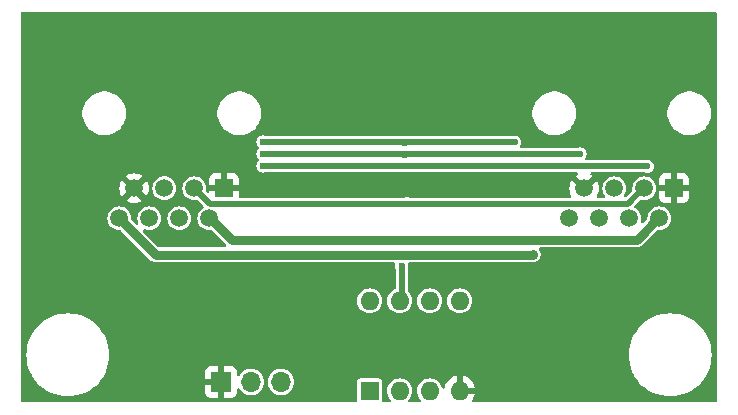
<source format=gbl>
%TF.GenerationSoftware,KiCad,Pcbnew,8.0.4*%
%TF.CreationDate,2024-08-22T06:14:14+01:00*%
%TF.ProjectId,PicoChainATtiny85,5069636f-4368-4616-996e-415474696e79,rev?*%
%TF.SameCoordinates,Original*%
%TF.FileFunction,Copper,L2,Bot*%
%TF.FilePolarity,Positive*%
%FSLAX46Y46*%
G04 Gerber Fmt 4.6, Leading zero omitted, Abs format (unit mm)*
G04 Created by KiCad (PCBNEW 8.0.4) date 2024-08-22 06:14:14*
%MOMM*%
%LPD*%
G01*
G04 APERTURE LIST*
%TA.AperFunction,ComponentPad*%
%ADD10R,1.500000X1.500000*%
%TD*%
%TA.AperFunction,ComponentPad*%
%ADD11C,1.500000*%
%TD*%
%TA.AperFunction,ComponentPad*%
%ADD12R,1.700000X1.700000*%
%TD*%
%TA.AperFunction,ComponentPad*%
%ADD13O,1.700000X1.700000*%
%TD*%
%TA.AperFunction,ComponentPad*%
%ADD14R,1.600000X1.600000*%
%TD*%
%TA.AperFunction,ComponentPad*%
%ADD15O,1.600000X1.600000*%
%TD*%
%TA.AperFunction,ViaPad*%
%ADD16C,0.600000*%
%TD*%
%TA.AperFunction,Conductor*%
%ADD17C,0.762000*%
%TD*%
%TA.AperFunction,Conductor*%
%ADD18C,0.508000*%
%TD*%
G04 APERTURE END LIST*
D10*
%TO.P,J1,1*%
%TO.N,GND*%
X117744500Y-81396000D03*
D11*
%TO.P,J1,2*%
%TO.N,+24V*%
X116474500Y-83936000D03*
%TO.P,J1,3*%
%TO.N,Net-(U2-DSCLM)*%
X115204500Y-81396000D03*
%TO.P,J1,4*%
%TO.N,Net-(U2-DSCLP)*%
X113934500Y-83936000D03*
%TO.P,J1,5*%
%TO.N,Net-(U2-DSDAP)*%
X112664500Y-81396000D03*
%TO.P,J1,6*%
%TO.N,Net-(U2-DSDAM)*%
X111394500Y-83936000D03*
%TO.P,J1,7*%
%TO.N,GND*%
X110124500Y-81396000D03*
%TO.P,J1,8*%
%TO.N,+12V*%
X108854500Y-83936000D03*
%TD*%
D12*
%TO.P,J3,1,Pin_1*%
%TO.N,GND*%
X117460000Y-97790000D03*
D13*
%TO.P,J3,2,Pin_2*%
%TO.N,/+5V(M)*%
X120000000Y-97790000D03*
%TO.P,J3,3,Pin_3*%
%TO.N,Net-(J3-Pin_3)*%
X122540000Y-97790000D03*
%TD*%
D14*
%TO.P,U3,1,~{RESET}/PB5*%
%TO.N,unconnected-(U3-~{RESET}{slash}PB5-Pad1)*%
X130058000Y-98542000D03*
D15*
%TO.P,U3,2,XTAL1/PB3*%
%TO.N,unconnected-(U3-XTAL1{slash}PB3-Pad2)*%
X132598000Y-98542000D03*
%TO.P,U3,3,XTAL2/PB4*%
%TO.N,Net-(J3-Pin_3)*%
X135138000Y-98542000D03*
%TO.P,U3,4,GND*%
%TO.N,GND*%
X137678000Y-98542000D03*
%TO.P,U3,5,AREF/PB0*%
%TO.N,Net-(U2-SDA)*%
X137678000Y-90922000D03*
%TO.P,U3,6,PB1*%
%TO.N,unconnected-(U3-PB1-Pad6)*%
X135138000Y-90922000D03*
%TO.P,U3,7,PB2*%
%TO.N,Net-(U2-SCL)*%
X132598000Y-90922000D03*
%TO.P,U3,8,VCC*%
%TO.N,+5V*%
X130058000Y-90922000D03*
%TD*%
D10*
%TO.P,J2,1*%
%TO.N,GND*%
X155844500Y-81396000D03*
D11*
%TO.P,J2,2*%
%TO.N,+24V*%
X154574500Y-83936000D03*
%TO.P,J2,3*%
%TO.N,Net-(U2-DSCLM)*%
X153304500Y-81396000D03*
%TO.P,J2,4*%
%TO.N,Net-(U2-DSCLP)*%
X152034500Y-83936000D03*
%TO.P,J2,5*%
%TO.N,Net-(U2-DSDAP)*%
X150764500Y-81396000D03*
%TO.P,J2,6*%
%TO.N,Net-(U2-DSDAM)*%
X149494500Y-83936000D03*
%TO.P,J2,7*%
%TO.N,GND*%
X148224500Y-81396000D03*
%TO.P,J2,8*%
%TO.N,+12V*%
X146954500Y-83936000D03*
%TD*%
D16*
%TO.N,+12V*%
X143894750Y-86995750D03*
%TO.N,Net-(U2-DSDAP)*%
X121031000Y-78486000D03*
X147870500Y-78502000D03*
X133020000Y-78582000D03*
%TO.N,Net-(U2-DSDAM)*%
X121031000Y-77470000D03*
X142330500Y-77486000D03*
X133020000Y-77566000D03*
%TO.N,Net-(U2-DSCLM)*%
X133258000Y-82709000D03*
%TO.N,Net-(U2-DSCLP)*%
X121031000Y-79502000D03*
X153578000Y-79534000D03*
X133020000Y-79492000D03*
%TO.N,Net-(U2-SCL)*%
X132758000Y-88011000D03*
%TD*%
D17*
%TO.N,+12V*%
X143863500Y-87027000D02*
X111945500Y-87027000D01*
X111945500Y-87027000D02*
X108854500Y-83936000D01*
X143894750Y-86995750D02*
X143863500Y-87027000D01*
D18*
%TO.N,Net-(U2-DSDAP)*%
X112664500Y-80823500D02*
X112664500Y-81316000D01*
X147870500Y-78502000D02*
X121047000Y-78502000D01*
X121047000Y-78502000D02*
X121031000Y-78486000D01*
X121031000Y-78486000D02*
X121015000Y-78502000D01*
%TO.N,Net-(U2-DSDAM)*%
X121047000Y-77486000D02*
X121031000Y-77470000D01*
X142330500Y-77486000D02*
X121047000Y-77486000D01*
X121031000Y-77470000D02*
X121015000Y-77486000D01*
X149494500Y-83856000D02*
X149042000Y-83856000D01*
%TO.N,Net-(U2-DSCLM)*%
X133258000Y-82709000D02*
X151911500Y-82709000D01*
X151911500Y-82709000D02*
X153304500Y-81316000D01*
X133258000Y-82709000D02*
X133235000Y-82732000D01*
X133235000Y-82732000D02*
X116540500Y-82732000D01*
X116540500Y-82732000D02*
X115204500Y-81396000D01*
%TO.N,Net-(U2-DSCLP)*%
X153578000Y-79534000D02*
X121063000Y-79534000D01*
X121063000Y-79534000D02*
X121031000Y-79502000D01*
X121031000Y-79502000D02*
X120999000Y-79534000D01*
D17*
%TO.N,+24V*%
X116474500Y-83856000D02*
X118375500Y-85757000D01*
X118375500Y-85757000D02*
X152673500Y-85757000D01*
X152673500Y-85757000D02*
X154574500Y-83856000D01*
D18*
%TO.N,Net-(U2-SCL)*%
X132758000Y-90762000D02*
X132598000Y-90922000D01*
X132758000Y-88011000D02*
X132758000Y-90762000D01*
%TD*%
%TA.AperFunction,Conductor*%
%TO.N,GND*%
G36*
X159441621Y-66520502D02*
G01*
X159488114Y-66574158D01*
X159499500Y-66626500D01*
X159499500Y-99373500D01*
X159479498Y-99441621D01*
X159425842Y-99488114D01*
X159373500Y-99499500D01*
X138846368Y-99499500D01*
X138778247Y-99479498D01*
X138731754Y-99425842D01*
X138721650Y-99355568D01*
X138743155Y-99301229D01*
X138815087Y-99198498D01*
X138911811Y-98991073D01*
X138911813Y-98991068D01*
X138964082Y-98796000D01*
X137989686Y-98796000D01*
X137998080Y-98787606D01*
X138050741Y-98696394D01*
X138078000Y-98594661D01*
X138078000Y-98489339D01*
X138050741Y-98387606D01*
X137998080Y-98296394D01*
X137989686Y-98288000D01*
X138964082Y-98288000D01*
X138911813Y-98092931D01*
X138911811Y-98092926D01*
X138815087Y-97885501D01*
X138683815Y-97698025D01*
X138683810Y-97698019D01*
X138521980Y-97536189D01*
X138521974Y-97536184D01*
X138334498Y-97404912D01*
X138127073Y-97308188D01*
X138127071Y-97308187D01*
X137932000Y-97255917D01*
X137932000Y-98230314D01*
X137923606Y-98221920D01*
X137832394Y-98169259D01*
X137730661Y-98142000D01*
X137625339Y-98142000D01*
X137523606Y-98169259D01*
X137432394Y-98221920D01*
X137424000Y-98230314D01*
X137424000Y-97255917D01*
X137423999Y-97255917D01*
X137228928Y-97308187D01*
X137228926Y-97308188D01*
X137021501Y-97404912D01*
X136834025Y-97536184D01*
X136834019Y-97536189D01*
X136672189Y-97698019D01*
X136672184Y-97698025D01*
X136540912Y-97885501D01*
X136444188Y-98092926D01*
X136444187Y-98092928D01*
X136398702Y-98262680D01*
X136361750Y-98323302D01*
X136297889Y-98354324D01*
X136227395Y-98345895D01*
X136172648Y-98300692D01*
X136156422Y-98266647D01*
X136116945Y-98136508D01*
X136019027Y-97953317D01*
X136019025Y-97953313D01*
X135887252Y-97792747D01*
X135726686Y-97660975D01*
X135726686Y-97660974D01*
X135543492Y-97563055D01*
X135528529Y-97558516D01*
X135344718Y-97502758D01*
X135344717Y-97502757D01*
X135344711Y-97502756D01*
X135138003Y-97482398D01*
X135137997Y-97482398D01*
X134931288Y-97502756D01*
X134732507Y-97563055D01*
X134549313Y-97660974D01*
X134549313Y-97660975D01*
X134388747Y-97792747D01*
X134256975Y-97953313D01*
X134256974Y-97953313D01*
X134159055Y-98136507D01*
X134098756Y-98335288D01*
X134078398Y-98541996D01*
X134078398Y-98542003D01*
X134098756Y-98748711D01*
X134098757Y-98748717D01*
X134098758Y-98748718D01*
X134113101Y-98796000D01*
X134159055Y-98947492D01*
X134256974Y-99130686D01*
X134390647Y-99293567D01*
X134418401Y-99358914D01*
X134406419Y-99428892D01*
X134358506Y-99481284D01*
X134293248Y-99499500D01*
X133442752Y-99499500D01*
X133374631Y-99479498D01*
X133328138Y-99425842D01*
X133318034Y-99355568D01*
X133345353Y-99293567D01*
X133464816Y-99147999D01*
X133479027Y-99130683D01*
X133576945Y-98947492D01*
X133637242Y-98748718D01*
X133638122Y-98739789D01*
X133657602Y-98542003D01*
X133657602Y-98541996D01*
X133637243Y-98335288D01*
X133637242Y-98335286D01*
X133637242Y-98335282D01*
X133576945Y-98136508D01*
X133479027Y-97953317D01*
X133479025Y-97953313D01*
X133347252Y-97792747D01*
X133186686Y-97660975D01*
X133186686Y-97660974D01*
X133003492Y-97563055D01*
X132988529Y-97558516D01*
X132804718Y-97502758D01*
X132804717Y-97502757D01*
X132804711Y-97502756D01*
X132598003Y-97482398D01*
X132597997Y-97482398D01*
X132391288Y-97502756D01*
X132192507Y-97563055D01*
X132009313Y-97660974D01*
X132009313Y-97660975D01*
X131848747Y-97792747D01*
X131716975Y-97953313D01*
X131716974Y-97953313D01*
X131619055Y-98136507D01*
X131558756Y-98335288D01*
X131538398Y-98541996D01*
X131538398Y-98542003D01*
X131558756Y-98748711D01*
X131558757Y-98748717D01*
X131558758Y-98748718D01*
X131573101Y-98796000D01*
X131619055Y-98947492D01*
X131716974Y-99130686D01*
X131850647Y-99293567D01*
X131878401Y-99358914D01*
X131866419Y-99428892D01*
X131818506Y-99481284D01*
X131753248Y-99499500D01*
X131238476Y-99499500D01*
X131170355Y-99479498D01*
X131123862Y-99425842D01*
X131115107Y-99373257D01*
X131112500Y-99373257D01*
X131112499Y-98542003D01*
X131112499Y-97716934D01*
X131112498Y-97716930D01*
X131112498Y-97716926D01*
X131097734Y-97642699D01*
X131042720Y-97560366D01*
X131041484Y-97558516D01*
X131008070Y-97536189D01*
X130957302Y-97502266D01*
X130883067Y-97487500D01*
X129232936Y-97487500D01*
X129232926Y-97487501D01*
X129158699Y-97502265D01*
X129074515Y-97558516D01*
X129018266Y-97642697D01*
X129003500Y-97716930D01*
X129003500Y-97716934D01*
X129003501Y-99373256D01*
X129000625Y-99373256D01*
X128989682Y-99430918D01*
X128940835Y-99482439D01*
X128877525Y-99499500D01*
X100626500Y-99499500D01*
X100558379Y-99479498D01*
X100511886Y-99425842D01*
X100500500Y-99373500D01*
X100500500Y-95499993D01*
X100994696Y-95499993D01*
X100994696Y-95500006D01*
X101013896Y-95866395D01*
X101071294Y-96228792D01*
X101166259Y-96583205D01*
X101297740Y-96925726D01*
X101297744Y-96925734D01*
X101297745Y-96925736D01*
X101440580Y-97206063D01*
X101464318Y-97252652D01*
X101664143Y-97560358D01*
X101664155Y-97560375D01*
X101895038Y-97845492D01*
X101895052Y-97845507D01*
X102154492Y-98104947D01*
X102154507Y-98104961D01*
X102439624Y-98335844D01*
X102439641Y-98335856D01*
X102613294Y-98448626D01*
X102747348Y-98535682D01*
X103074264Y-98702255D01*
X103074268Y-98702256D01*
X103074273Y-98702259D01*
X103416794Y-98833740D01*
X103416799Y-98833741D01*
X103416801Y-98833742D01*
X103771206Y-98928705D01*
X104133596Y-98986102D01*
X104133598Y-98986102D01*
X104133604Y-98986103D01*
X104499994Y-99005304D01*
X104500000Y-99005304D01*
X104500006Y-99005304D01*
X104866395Y-98986103D01*
X104866399Y-98986102D01*
X104866404Y-98986102D01*
X105228794Y-98928705D01*
X105583199Y-98833742D01*
X105583202Y-98833740D01*
X105583205Y-98833740D01*
X105925726Y-98702259D01*
X105925727Y-98702258D01*
X105925736Y-98702255D01*
X106252652Y-98535682D01*
X106560366Y-98335851D01*
X106560375Y-98335844D01*
X106845492Y-98104961D01*
X106845497Y-98104955D01*
X106845506Y-98104949D01*
X107104949Y-97845506D01*
X107104955Y-97845497D01*
X107104961Y-97845492D01*
X107335844Y-97560375D01*
X107335845Y-97560372D01*
X107335851Y-97560366D01*
X107535682Y-97252652D01*
X107702255Y-96925736D01*
X107715434Y-96891402D01*
X116102000Y-96891402D01*
X116102000Y-97536000D01*
X117029297Y-97536000D01*
X116994075Y-97597007D01*
X116960000Y-97724174D01*
X116960000Y-97855826D01*
X116994075Y-97982993D01*
X117029297Y-98044000D01*
X116102000Y-98044000D01*
X116102000Y-98688597D01*
X116108505Y-98749093D01*
X116159555Y-98885964D01*
X116159555Y-98885965D01*
X116247095Y-99002904D01*
X116364034Y-99090444D01*
X116500906Y-99141494D01*
X116561402Y-99147999D01*
X116561415Y-99148000D01*
X117206000Y-99148000D01*
X117206000Y-98220702D01*
X117267007Y-98255925D01*
X117394174Y-98290000D01*
X117525826Y-98290000D01*
X117652993Y-98255925D01*
X117714000Y-98220702D01*
X117714000Y-99148000D01*
X118358585Y-99148000D01*
X118358597Y-99147999D01*
X118419093Y-99141494D01*
X118555964Y-99090444D01*
X118555965Y-99090444D01*
X118672904Y-99002904D01*
X118760444Y-98885965D01*
X118760444Y-98885964D01*
X118811494Y-98749093D01*
X118817999Y-98688597D01*
X118818000Y-98688585D01*
X118818000Y-98429854D01*
X118838002Y-98361733D01*
X118891658Y-98315240D01*
X118961932Y-98305136D01*
X119026512Y-98334630D01*
X119053368Y-98369277D01*
X119053845Y-98368982D01*
X119056644Y-98373503D01*
X119056791Y-98373693D01*
X119056912Y-98373935D01*
X119056913Y-98373937D01*
X119180266Y-98537284D01*
X119331536Y-98675185D01*
X119505566Y-98782940D01*
X119505568Y-98782940D01*
X119505573Y-98782944D01*
X119696444Y-98856888D01*
X119897653Y-98894500D01*
X119897655Y-98894500D01*
X120102345Y-98894500D01*
X120102347Y-98894500D01*
X120303556Y-98856888D01*
X120494427Y-98782944D01*
X120668462Y-98675186D01*
X120819732Y-98537285D01*
X120820944Y-98535681D01*
X120855939Y-98489339D01*
X120943088Y-98373935D01*
X121034328Y-98190701D01*
X121090345Y-97993821D01*
X121096640Y-97925880D01*
X121109232Y-97790004D01*
X121109232Y-97789995D01*
X121430768Y-97789995D01*
X121430768Y-97790004D01*
X121449654Y-97993819D01*
X121490253Y-98136508D01*
X121505672Y-98190701D01*
X121596912Y-98373935D01*
X121596913Y-98373936D01*
X121720266Y-98537284D01*
X121871536Y-98675185D01*
X122045566Y-98782940D01*
X122045568Y-98782940D01*
X122045573Y-98782944D01*
X122236444Y-98856888D01*
X122437653Y-98894500D01*
X122437655Y-98894500D01*
X122642345Y-98894500D01*
X122642347Y-98894500D01*
X122843556Y-98856888D01*
X123034427Y-98782944D01*
X123208462Y-98675186D01*
X123359732Y-98537285D01*
X123360944Y-98535681D01*
X123395939Y-98489339D01*
X123483088Y-98373935D01*
X123574328Y-98190701D01*
X123630345Y-97993821D01*
X123636640Y-97925880D01*
X123649232Y-97790004D01*
X123649232Y-97789995D01*
X123630345Y-97586180D01*
X123630345Y-97586179D01*
X123574328Y-97389299D01*
X123483088Y-97206065D01*
X123440859Y-97150145D01*
X123359733Y-97042715D01*
X123208463Y-96904814D01*
X123034433Y-96797059D01*
X123034428Y-96797057D01*
X123034427Y-96797056D01*
X122843559Y-96723113D01*
X122843560Y-96723113D01*
X122843557Y-96723112D01*
X122843556Y-96723112D01*
X122642347Y-96685500D01*
X122437653Y-96685500D01*
X122236444Y-96723112D01*
X122236439Y-96723113D01*
X122045577Y-96797054D01*
X122045566Y-96797059D01*
X121871536Y-96904814D01*
X121720266Y-97042715D01*
X121596913Y-97206063D01*
X121505671Y-97389301D01*
X121449654Y-97586180D01*
X121430768Y-97789995D01*
X121109232Y-97789995D01*
X121090345Y-97586180D01*
X121090345Y-97586179D01*
X121034328Y-97389299D01*
X120943088Y-97206065D01*
X120900859Y-97150145D01*
X120819733Y-97042715D01*
X120668463Y-96904814D01*
X120494433Y-96797059D01*
X120494428Y-96797057D01*
X120494427Y-96797056D01*
X120303559Y-96723113D01*
X120303560Y-96723113D01*
X120303557Y-96723112D01*
X120303556Y-96723112D01*
X120102347Y-96685500D01*
X119897653Y-96685500D01*
X119696444Y-96723112D01*
X119696439Y-96723113D01*
X119505577Y-96797054D01*
X119505566Y-96797059D01*
X119331536Y-96904814D01*
X119180266Y-97042715D01*
X119056912Y-97206063D01*
X119056789Y-97206312D01*
X119056698Y-97206409D01*
X119053845Y-97211018D01*
X119052943Y-97210459D01*
X119008518Y-97258374D01*
X118939763Y-97276074D01*
X118872353Y-97253792D01*
X118827691Y-97198603D01*
X118818000Y-97150145D01*
X118818000Y-96891414D01*
X118817999Y-96891402D01*
X118811494Y-96830906D01*
X118760444Y-96694035D01*
X118760444Y-96694034D01*
X118672904Y-96577095D01*
X118555965Y-96489555D01*
X118419093Y-96438505D01*
X118358597Y-96432000D01*
X117714000Y-96432000D01*
X117714000Y-97359297D01*
X117652993Y-97324075D01*
X117525826Y-97290000D01*
X117394174Y-97290000D01*
X117267007Y-97324075D01*
X117206000Y-97359297D01*
X117206000Y-96432000D01*
X116561402Y-96432000D01*
X116500906Y-96438505D01*
X116364035Y-96489555D01*
X116364034Y-96489555D01*
X116247095Y-96577095D01*
X116159555Y-96694034D01*
X116159555Y-96694035D01*
X116108505Y-96830906D01*
X116102000Y-96891402D01*
X107715434Y-96891402D01*
X107751649Y-96797059D01*
X107833740Y-96583205D01*
X107833742Y-96583199D01*
X107928705Y-96228794D01*
X107986102Y-95866404D01*
X107986102Y-95866399D01*
X107986103Y-95866395D01*
X108005304Y-95500006D01*
X108005304Y-95499993D01*
X151994696Y-95499993D01*
X151994696Y-95500006D01*
X152013896Y-95866395D01*
X152071294Y-96228792D01*
X152166259Y-96583205D01*
X152297740Y-96925726D01*
X152297744Y-96925734D01*
X152297745Y-96925736D01*
X152440580Y-97206063D01*
X152464318Y-97252652D01*
X152664143Y-97560358D01*
X152664155Y-97560375D01*
X152895038Y-97845492D01*
X152895052Y-97845507D01*
X153154492Y-98104947D01*
X153154507Y-98104961D01*
X153439624Y-98335844D01*
X153439641Y-98335856D01*
X153613294Y-98448626D01*
X153747348Y-98535682D01*
X154074264Y-98702255D01*
X154074268Y-98702256D01*
X154074273Y-98702259D01*
X154416794Y-98833740D01*
X154416799Y-98833741D01*
X154416801Y-98833742D01*
X154771206Y-98928705D01*
X155133596Y-98986102D01*
X155133598Y-98986102D01*
X155133604Y-98986103D01*
X155499994Y-99005304D01*
X155500000Y-99005304D01*
X155500006Y-99005304D01*
X155866395Y-98986103D01*
X155866399Y-98986102D01*
X155866404Y-98986102D01*
X156228794Y-98928705D01*
X156583199Y-98833742D01*
X156583202Y-98833740D01*
X156583205Y-98833740D01*
X156925726Y-98702259D01*
X156925727Y-98702258D01*
X156925736Y-98702255D01*
X157252652Y-98535682D01*
X157560366Y-98335851D01*
X157560375Y-98335844D01*
X157845492Y-98104961D01*
X157845497Y-98104955D01*
X157845506Y-98104949D01*
X158104949Y-97845506D01*
X158104955Y-97845497D01*
X158104961Y-97845492D01*
X158335844Y-97560375D01*
X158335845Y-97560372D01*
X158335851Y-97560366D01*
X158535682Y-97252652D01*
X158702255Y-96925736D01*
X158751649Y-96797059D01*
X158833740Y-96583205D01*
X158833742Y-96583199D01*
X158928705Y-96228794D01*
X158986102Y-95866404D01*
X158986102Y-95866399D01*
X158986103Y-95866395D01*
X159005304Y-95500006D01*
X159005304Y-95499993D01*
X158986103Y-95133604D01*
X158928705Y-94771207D01*
X158833740Y-94416794D01*
X158702259Y-94074273D01*
X158702255Y-94074265D01*
X158702255Y-94074264D01*
X158535682Y-93747348D01*
X158335851Y-93439634D01*
X158335844Y-93439624D01*
X158104961Y-93154507D01*
X158104947Y-93154492D01*
X157845507Y-92895052D01*
X157845492Y-92895038D01*
X157560375Y-92664155D01*
X157560358Y-92664143D01*
X157252652Y-92464318D01*
X156925734Y-92297744D01*
X156925726Y-92297740D01*
X156583205Y-92166259D01*
X156228792Y-92071294D01*
X155866395Y-92013896D01*
X155500006Y-91994696D01*
X155499994Y-91994696D01*
X155133604Y-92013896D01*
X154771207Y-92071294D01*
X154416794Y-92166259D01*
X154074273Y-92297740D01*
X154074265Y-92297744D01*
X153747347Y-92464318D01*
X153439641Y-92664143D01*
X153439624Y-92664155D01*
X153154507Y-92895038D01*
X153154492Y-92895052D01*
X152895052Y-93154492D01*
X152895038Y-93154507D01*
X152664155Y-93439624D01*
X152664143Y-93439641D01*
X152464318Y-93747347D01*
X152297744Y-94074265D01*
X152297740Y-94074273D01*
X152166259Y-94416794D01*
X152071294Y-94771207D01*
X152013896Y-95133604D01*
X151994696Y-95499993D01*
X108005304Y-95499993D01*
X107986103Y-95133604D01*
X107928705Y-94771207D01*
X107833740Y-94416794D01*
X107702259Y-94074273D01*
X107702255Y-94074265D01*
X107702255Y-94074264D01*
X107535682Y-93747348D01*
X107335851Y-93439634D01*
X107335844Y-93439624D01*
X107104961Y-93154507D01*
X107104947Y-93154492D01*
X106845507Y-92895052D01*
X106845492Y-92895038D01*
X106560375Y-92664155D01*
X106560358Y-92664143D01*
X106252652Y-92464318D01*
X105925734Y-92297744D01*
X105925726Y-92297740D01*
X105583205Y-92166259D01*
X105228792Y-92071294D01*
X104866395Y-92013896D01*
X104500006Y-91994696D01*
X104499994Y-91994696D01*
X104133604Y-92013896D01*
X103771207Y-92071294D01*
X103416794Y-92166259D01*
X103074273Y-92297740D01*
X103074265Y-92297744D01*
X102747347Y-92464318D01*
X102439641Y-92664143D01*
X102439624Y-92664155D01*
X102154507Y-92895038D01*
X102154492Y-92895052D01*
X101895052Y-93154492D01*
X101895038Y-93154507D01*
X101664155Y-93439624D01*
X101664143Y-93439641D01*
X101464318Y-93747347D01*
X101297744Y-94074265D01*
X101297740Y-94074273D01*
X101166259Y-94416794D01*
X101071294Y-94771207D01*
X101013896Y-95133604D01*
X100994696Y-95499993D01*
X100500500Y-95499993D01*
X100500500Y-90921996D01*
X128998398Y-90921996D01*
X128998398Y-90922003D01*
X129018756Y-91128711D01*
X129079055Y-91327492D01*
X129176974Y-91510686D01*
X129308747Y-91671252D01*
X129469313Y-91803024D01*
X129469313Y-91803025D01*
X129469317Y-91803027D01*
X129652508Y-91900945D01*
X129851282Y-91961242D01*
X129851286Y-91961242D01*
X129851288Y-91961243D01*
X130057997Y-91981602D01*
X130058000Y-91981602D01*
X130058003Y-91981602D01*
X130264711Y-91961243D01*
X130264712Y-91961242D01*
X130264718Y-91961242D01*
X130463492Y-91900945D01*
X130646683Y-91803027D01*
X130646684Y-91803025D01*
X130646686Y-91803025D01*
X130646686Y-91803024D01*
X130807252Y-91671252D01*
X130939027Y-91510683D01*
X131036945Y-91327492D01*
X131097242Y-91128718D01*
X131117602Y-90922000D01*
X131097242Y-90715282D01*
X131036945Y-90516508D01*
X130939027Y-90333317D01*
X130939025Y-90333313D01*
X130807252Y-90172747D01*
X130646686Y-90040975D01*
X130646686Y-90040974D01*
X130463492Y-89943055D01*
X130264711Y-89882756D01*
X130058003Y-89862398D01*
X130057997Y-89862398D01*
X129851288Y-89882756D01*
X129652507Y-89943055D01*
X129469313Y-90040974D01*
X129469313Y-90040975D01*
X129308747Y-90172747D01*
X129176975Y-90333313D01*
X129176974Y-90333313D01*
X129079055Y-90516507D01*
X129018756Y-90715288D01*
X128998398Y-90921996D01*
X100500500Y-90921996D01*
X100500500Y-83935997D01*
X107845140Y-83935997D01*
X107845140Y-83936002D01*
X107864533Y-84132909D01*
X107864534Y-84132915D01*
X107864535Y-84132916D01*
X107921973Y-84322265D01*
X108015248Y-84496770D01*
X108140775Y-84649725D01*
X108293730Y-84775252D01*
X108468235Y-84868527D01*
X108657584Y-84925965D01*
X108657588Y-84925965D01*
X108657590Y-84925966D01*
X108854497Y-84945360D01*
X108854500Y-84945360D01*
X108854501Y-84945360D01*
X108895900Y-84941282D01*
X108965654Y-84954510D01*
X108997347Y-84977580D01*
X111540392Y-87520625D01*
X111644478Y-87590173D01*
X111760131Y-87638078D01*
X111882909Y-87662500D01*
X112008091Y-87662500D01*
X132113594Y-87662500D01*
X132181715Y-87682502D01*
X132228208Y-87736158D01*
X132238312Y-87806432D01*
X132230003Y-87836718D01*
X132217772Y-87866245D01*
X132217771Y-87866246D01*
X132198715Y-88010999D01*
X132198715Y-88011000D01*
X132217771Y-88155753D01*
X132217772Y-88155754D01*
X132239909Y-88209197D01*
X132249500Y-88257415D01*
X132249500Y-89837070D01*
X132229498Y-89905191D01*
X132182897Y-89948192D01*
X132009311Y-90040976D01*
X131848747Y-90172747D01*
X131716975Y-90333313D01*
X131716974Y-90333313D01*
X131619055Y-90516507D01*
X131558756Y-90715288D01*
X131538398Y-90921996D01*
X131538398Y-90922003D01*
X131558756Y-91128711D01*
X131619055Y-91327492D01*
X131716974Y-91510686D01*
X131848747Y-91671252D01*
X132009313Y-91803024D01*
X132009313Y-91803025D01*
X132009317Y-91803027D01*
X132192508Y-91900945D01*
X132391282Y-91961242D01*
X132391286Y-91961242D01*
X132391288Y-91961243D01*
X132597997Y-91981602D01*
X132598000Y-91981602D01*
X132598003Y-91981602D01*
X132804711Y-91961243D01*
X132804712Y-91961242D01*
X132804718Y-91961242D01*
X133003492Y-91900945D01*
X133186683Y-91803027D01*
X133186684Y-91803025D01*
X133186686Y-91803025D01*
X133186686Y-91803024D01*
X133347252Y-91671252D01*
X133479027Y-91510683D01*
X133576945Y-91327492D01*
X133637242Y-91128718D01*
X133657602Y-90922000D01*
X133657602Y-90921996D01*
X134078398Y-90921996D01*
X134078398Y-90922003D01*
X134098756Y-91128711D01*
X134159055Y-91327492D01*
X134256974Y-91510686D01*
X134388747Y-91671252D01*
X134549313Y-91803024D01*
X134549313Y-91803025D01*
X134549317Y-91803027D01*
X134732508Y-91900945D01*
X134931282Y-91961242D01*
X134931286Y-91961242D01*
X134931288Y-91961243D01*
X135137997Y-91981602D01*
X135138000Y-91981602D01*
X135138003Y-91981602D01*
X135344711Y-91961243D01*
X135344712Y-91961242D01*
X135344718Y-91961242D01*
X135543492Y-91900945D01*
X135726683Y-91803027D01*
X135726684Y-91803025D01*
X135726686Y-91803025D01*
X135726686Y-91803024D01*
X135887252Y-91671252D01*
X136019027Y-91510683D01*
X136116945Y-91327492D01*
X136177242Y-91128718D01*
X136197602Y-90922000D01*
X136197602Y-90921996D01*
X136618398Y-90921996D01*
X136618398Y-90922003D01*
X136638756Y-91128711D01*
X136699055Y-91327492D01*
X136796974Y-91510686D01*
X136928747Y-91671252D01*
X137089313Y-91803024D01*
X137089313Y-91803025D01*
X137089317Y-91803027D01*
X137272508Y-91900945D01*
X137471282Y-91961242D01*
X137471286Y-91961242D01*
X137471288Y-91961243D01*
X137677997Y-91981602D01*
X137678000Y-91981602D01*
X137678003Y-91981602D01*
X137884711Y-91961243D01*
X137884712Y-91961242D01*
X137884718Y-91961242D01*
X138083492Y-91900945D01*
X138266683Y-91803027D01*
X138266684Y-91803025D01*
X138266686Y-91803025D01*
X138266686Y-91803024D01*
X138427252Y-91671252D01*
X138559027Y-91510683D01*
X138656945Y-91327492D01*
X138717242Y-91128718D01*
X138737602Y-90922000D01*
X138717242Y-90715282D01*
X138656945Y-90516508D01*
X138559027Y-90333317D01*
X138559025Y-90333313D01*
X138427252Y-90172747D01*
X138266686Y-90040975D01*
X138266686Y-90040974D01*
X138083492Y-89943055D01*
X137884711Y-89882756D01*
X137678003Y-89862398D01*
X137677997Y-89862398D01*
X137471288Y-89882756D01*
X137272507Y-89943055D01*
X137089313Y-90040974D01*
X137089313Y-90040975D01*
X136928747Y-90172747D01*
X136796975Y-90333313D01*
X136796974Y-90333313D01*
X136699055Y-90516507D01*
X136638756Y-90715288D01*
X136618398Y-90921996D01*
X136197602Y-90921996D01*
X136177242Y-90715282D01*
X136116945Y-90516508D01*
X136019027Y-90333317D01*
X136019025Y-90333313D01*
X135887252Y-90172747D01*
X135726686Y-90040975D01*
X135726686Y-90040974D01*
X135543492Y-89943055D01*
X135344711Y-89882756D01*
X135138003Y-89862398D01*
X135137997Y-89862398D01*
X134931288Y-89882756D01*
X134732507Y-89943055D01*
X134549313Y-90040974D01*
X134549313Y-90040975D01*
X134388747Y-90172747D01*
X134256975Y-90333313D01*
X134256974Y-90333313D01*
X134159055Y-90516507D01*
X134098756Y-90715288D01*
X134078398Y-90921996D01*
X133657602Y-90921996D01*
X133637242Y-90715282D01*
X133576945Y-90516508D01*
X133479027Y-90333317D01*
X133479025Y-90333313D01*
X133347254Y-90172749D01*
X133312565Y-90144280D01*
X133272597Y-90085602D01*
X133266500Y-90046882D01*
X133266500Y-88257415D01*
X133276091Y-88209197D01*
X133279027Y-88202107D01*
X133298228Y-88155754D01*
X133317285Y-88011000D01*
X133298228Y-87866246D01*
X133285997Y-87836718D01*
X133278408Y-87766128D01*
X133310187Y-87702641D01*
X133371245Y-87666414D01*
X133402406Y-87662500D01*
X143926090Y-87662500D01*
X143926091Y-87662500D01*
X144048869Y-87638078D01*
X144164522Y-87590173D01*
X144268608Y-87520625D01*
X144388375Y-87400858D01*
X144457923Y-87296772D01*
X144505828Y-87181119D01*
X144530250Y-87058341D01*
X144530250Y-86933159D01*
X144505828Y-86810381D01*
X144457923Y-86694728D01*
X144388375Y-86590642D01*
X144388374Y-86590641D01*
X144386945Y-86588502D01*
X144365730Y-86520749D01*
X144384513Y-86452282D01*
X144437330Y-86404839D01*
X144491710Y-86392500D01*
X152736090Y-86392500D01*
X152736091Y-86392500D01*
X152858869Y-86368078D01*
X152974522Y-86320173D01*
X153078608Y-86250625D01*
X154358828Y-84970403D01*
X154421137Y-84936381D01*
X154460267Y-84934108D01*
X154559896Y-84943921D01*
X154574499Y-84945360D01*
X154574500Y-84945360D01*
X154574503Y-84945360D01*
X154771409Y-84925966D01*
X154771410Y-84925965D01*
X154771416Y-84925965D01*
X154960765Y-84868527D01*
X155135270Y-84775252D01*
X155288225Y-84649725D01*
X155413752Y-84496770D01*
X155507027Y-84322265D01*
X155564465Y-84132916D01*
X155569791Y-84078847D01*
X155583860Y-83936002D01*
X155583860Y-83935997D01*
X155564466Y-83739090D01*
X155564465Y-83739088D01*
X155564465Y-83739084D01*
X155507027Y-83549735D01*
X155413752Y-83375230D01*
X155288225Y-83222275D01*
X155135270Y-83096748D01*
X154960765Y-83003473D01*
X154771416Y-82946035D01*
X154771415Y-82946034D01*
X154771409Y-82946033D01*
X154574503Y-82926640D01*
X154574497Y-82926640D01*
X154377590Y-82946033D01*
X154188234Y-83003473D01*
X154013729Y-83096748D01*
X153860775Y-83222275D01*
X153735248Y-83375229D01*
X153641973Y-83549734D01*
X153584533Y-83739090D01*
X153566212Y-83925107D01*
X153539629Y-83990939D01*
X153529914Y-84001851D01*
X153217132Y-84314633D01*
X153154820Y-84348659D01*
X153084005Y-84343594D01*
X153027169Y-84301047D01*
X153002358Y-84234527D01*
X153007462Y-84188966D01*
X153024465Y-84132916D01*
X153029791Y-84078847D01*
X153043860Y-83936002D01*
X153043860Y-83935997D01*
X153024466Y-83739090D01*
X153024465Y-83739088D01*
X153024465Y-83739084D01*
X152967027Y-83549735D01*
X152873752Y-83375230D01*
X152748225Y-83222275D01*
X152662368Y-83151814D01*
X152595272Y-83096749D01*
X152515455Y-83054086D01*
X152464807Y-83004333D01*
X152449098Y-82935097D01*
X152473314Y-82868358D01*
X152485750Y-82853876D01*
X152936086Y-82403540D01*
X152998396Y-82369516D01*
X153061755Y-82372063D01*
X153082796Y-82378445D01*
X153107581Y-82385964D01*
X153107584Y-82385965D01*
X153256191Y-82400601D01*
X153304498Y-82405360D01*
X153304500Y-82405360D01*
X153304503Y-82405360D01*
X153501409Y-82385966D01*
X153501410Y-82385965D01*
X153501416Y-82385965D01*
X153690765Y-82328527D01*
X153865270Y-82235252D01*
X154018225Y-82109725D01*
X154143752Y-81956770D01*
X154237027Y-81782265D01*
X154294465Y-81592916D01*
X154299414Y-81542675D01*
X154313860Y-81396002D01*
X154313860Y-81395997D01*
X154294466Y-81199090D01*
X154294465Y-81199088D01*
X154294465Y-81199084D01*
X154237027Y-81009735D01*
X154143752Y-80835230D01*
X154018225Y-80682275D01*
X153914807Y-80597402D01*
X154586500Y-80597402D01*
X154586500Y-81142000D01*
X155561099Y-81142000D01*
X155540424Y-81162675D01*
X155490396Y-81249325D01*
X155464500Y-81345972D01*
X155464500Y-81446028D01*
X155490396Y-81542675D01*
X155540424Y-81629325D01*
X155561099Y-81650000D01*
X154586500Y-81650000D01*
X154586500Y-82194597D01*
X154593005Y-82255093D01*
X154644055Y-82391964D01*
X154644055Y-82391965D01*
X154731595Y-82508904D01*
X154848534Y-82596444D01*
X154985406Y-82647494D01*
X155045902Y-82653999D01*
X155045915Y-82654000D01*
X155590500Y-82654000D01*
X155590500Y-81679401D01*
X155611175Y-81700076D01*
X155697825Y-81750104D01*
X155794472Y-81776000D01*
X155894528Y-81776000D01*
X155991175Y-81750104D01*
X156077825Y-81700076D01*
X156098500Y-81679401D01*
X156098500Y-82654000D01*
X156643085Y-82654000D01*
X156643097Y-82653999D01*
X156703593Y-82647494D01*
X156840464Y-82596444D01*
X156840465Y-82596444D01*
X156957404Y-82508904D01*
X157044944Y-82391965D01*
X157044944Y-82391964D01*
X157095994Y-82255093D01*
X157102499Y-82194597D01*
X157102500Y-82194585D01*
X157102500Y-81650000D01*
X156127901Y-81650000D01*
X156148576Y-81629325D01*
X156198604Y-81542675D01*
X156224500Y-81446028D01*
X156224500Y-81345972D01*
X156198604Y-81249325D01*
X156148576Y-81162675D01*
X156127901Y-81142000D01*
X157102500Y-81142000D01*
X157102500Y-80597414D01*
X157102499Y-80597402D01*
X157095994Y-80536906D01*
X157044944Y-80400035D01*
X157044944Y-80400034D01*
X156957404Y-80283095D01*
X156840465Y-80195555D01*
X156703593Y-80144505D01*
X156643097Y-80138000D01*
X156098500Y-80138000D01*
X156098500Y-81112599D01*
X156077825Y-81091924D01*
X155991175Y-81041896D01*
X155894528Y-81016000D01*
X155794472Y-81016000D01*
X155697825Y-81041896D01*
X155611175Y-81091924D01*
X155590500Y-81112599D01*
X155590500Y-80138000D01*
X155045902Y-80138000D01*
X154985406Y-80144505D01*
X154848535Y-80195555D01*
X154848534Y-80195555D01*
X154731595Y-80283095D01*
X154644055Y-80400034D01*
X154644055Y-80400035D01*
X154593005Y-80536906D01*
X154586500Y-80597402D01*
X153914807Y-80597402D01*
X153865270Y-80556748D01*
X153690765Y-80463473D01*
X153501416Y-80406035D01*
X153501415Y-80406034D01*
X153501409Y-80406033D01*
X153304503Y-80386640D01*
X153304497Y-80386640D01*
X153107590Y-80406033D01*
X152918234Y-80463473D01*
X152743729Y-80556748D01*
X152590775Y-80682275D01*
X152465248Y-80835229D01*
X152371973Y-81009734D01*
X152314533Y-81199090D01*
X152295140Y-81395997D01*
X152295140Y-81396004D01*
X152308147Y-81528076D01*
X152294918Y-81597829D01*
X152271850Y-81629520D01*
X151812994Y-82088377D01*
X151750681Y-82122402D01*
X151679866Y-82117338D01*
X151623030Y-82074791D01*
X151598219Y-82008271D01*
X151612775Y-81939888D01*
X151697027Y-81782265D01*
X151754465Y-81592916D01*
X151759414Y-81542675D01*
X151773860Y-81396002D01*
X151773860Y-81395997D01*
X151754466Y-81199090D01*
X151754465Y-81199088D01*
X151754465Y-81199084D01*
X151697027Y-81009735D01*
X151603752Y-80835230D01*
X151478225Y-80682275D01*
X151325270Y-80556748D01*
X151150765Y-80463473D01*
X150961416Y-80406035D01*
X150961415Y-80406034D01*
X150961409Y-80406033D01*
X150764503Y-80386640D01*
X150764497Y-80386640D01*
X150567590Y-80406033D01*
X150378234Y-80463473D01*
X150203729Y-80556748D01*
X150050775Y-80682275D01*
X149925248Y-80835229D01*
X149831973Y-81009734D01*
X149774533Y-81199090D01*
X149755140Y-81395997D01*
X149755140Y-81396002D01*
X149774533Y-81592909D01*
X149774534Y-81592915D01*
X149774535Y-81592916D01*
X149791851Y-81650000D01*
X149831973Y-81782265D01*
X149925248Y-81956770D01*
X149956267Y-81994567D01*
X149984020Y-82059914D01*
X149972038Y-82129892D01*
X149924125Y-82182284D01*
X149858867Y-82200500D01*
X149435185Y-82200500D01*
X149367064Y-82180498D01*
X149320571Y-82126842D01*
X149310467Y-82056568D01*
X149320990Y-82021250D01*
X149411147Y-81827907D01*
X149411149Y-81827903D01*
X149468119Y-81615287D01*
X149487304Y-81396000D01*
X149468119Y-81176712D01*
X149411149Y-80964096D01*
X149411147Y-80964092D01*
X149318119Y-80764594D01*
X149275699Y-80704011D01*
X149275697Y-80704011D01*
X148604500Y-81375208D01*
X148604500Y-81345972D01*
X148578604Y-81249325D01*
X148528576Y-81162675D01*
X148457825Y-81091924D01*
X148371175Y-81041896D01*
X148274528Y-81016000D01*
X148245290Y-81016000D01*
X148916487Y-80344800D01*
X148855903Y-80302379D01*
X148813691Y-80282695D01*
X148760406Y-80235777D01*
X148740945Y-80167500D01*
X148761487Y-80099540D01*
X148815510Y-80053475D01*
X148866941Y-80042500D01*
X153331585Y-80042500D01*
X153379802Y-80052090D01*
X153433246Y-80074228D01*
X153578000Y-80093285D01*
X153722754Y-80074228D01*
X153857643Y-80018355D01*
X153973474Y-79929474D01*
X154062355Y-79813643D01*
X154118228Y-79678754D01*
X154137285Y-79534000D01*
X154118228Y-79389246D01*
X154062355Y-79254358D01*
X153973474Y-79138526D01*
X153973472Y-79138524D01*
X153973471Y-79138523D01*
X153857649Y-79049649D01*
X153857641Y-79049644D01*
X153722752Y-78993771D01*
X153578000Y-78974715D01*
X153433246Y-78993771D01*
X153433245Y-78993772D01*
X153379803Y-79015909D01*
X153331585Y-79025500D01*
X148423239Y-79025500D01*
X148355118Y-79005498D01*
X148308625Y-78951842D01*
X148298521Y-78881568D01*
X148323276Y-78822797D01*
X148354855Y-78781643D01*
X148410728Y-78646754D01*
X148429785Y-78502000D01*
X148427678Y-78485999D01*
X148410728Y-78357247D01*
X148410728Y-78357246D01*
X148354855Y-78222358D01*
X148265974Y-78106526D01*
X148265972Y-78106524D01*
X148265971Y-78106523D01*
X148150149Y-78017649D01*
X148150141Y-78017644D01*
X148015252Y-77961771D01*
X147870500Y-77942715D01*
X147725746Y-77961771D01*
X147725745Y-77961772D01*
X147672303Y-77983909D01*
X147624085Y-77993500D01*
X142895517Y-77993500D01*
X142827396Y-77973498D01*
X142780903Y-77919842D01*
X142770799Y-77849568D01*
X142795554Y-77790796D01*
X142814855Y-77765643D01*
X142870728Y-77630754D01*
X142889785Y-77486000D01*
X142887678Y-77469999D01*
X142870728Y-77341247D01*
X142870728Y-77341246D01*
X142814855Y-77206358D01*
X142725974Y-77090526D01*
X142725972Y-77090524D01*
X142725971Y-77090523D01*
X142610149Y-77001649D01*
X142610141Y-77001644D01*
X142475252Y-76945771D01*
X142330500Y-76926715D01*
X142185746Y-76945771D01*
X142185745Y-76945772D01*
X142132303Y-76967909D01*
X142084085Y-76977500D01*
X121316042Y-76977500D01*
X121267824Y-76967909D01*
X121175752Y-76929771D01*
X121031000Y-76910715D01*
X120886247Y-76929771D01*
X120818802Y-76957708D01*
X120751358Y-76985645D01*
X120751357Y-76985646D01*
X120751356Y-76985646D01*
X120635526Y-77074526D01*
X120546646Y-77190356D01*
X120546645Y-77190358D01*
X120540018Y-77206357D01*
X120490771Y-77325247D01*
X120471715Y-77469999D01*
X120471715Y-77470000D01*
X120490771Y-77614752D01*
X120546644Y-77749641D01*
X120546649Y-77749649D01*
X120635525Y-77865473D01*
X120651900Y-77878039D01*
X120693766Y-77935378D01*
X120697986Y-78006249D01*
X120663221Y-78068151D01*
X120651900Y-78077961D01*
X120635527Y-78090524D01*
X120546646Y-78206356D01*
X120546645Y-78206358D01*
X120540018Y-78222357D01*
X120490771Y-78341247D01*
X120471715Y-78485999D01*
X120471715Y-78486000D01*
X120490771Y-78630752D01*
X120546644Y-78765641D01*
X120546649Y-78765649D01*
X120635525Y-78881473D01*
X120651900Y-78894039D01*
X120693766Y-78951378D01*
X120697986Y-79022249D01*
X120663221Y-79084151D01*
X120651900Y-79093961D01*
X120635527Y-79106524D01*
X120546646Y-79222356D01*
X120546645Y-79222358D01*
X120533390Y-79254358D01*
X120490771Y-79357247D01*
X120471715Y-79501999D01*
X120471715Y-79502000D01*
X120490772Y-79646754D01*
X120521607Y-79721198D01*
X120522584Y-79724075D01*
X120527734Y-79736504D01*
X120529068Y-79739210D01*
X120546644Y-79781641D01*
X120546649Y-79781649D01*
X120574597Y-79818071D01*
X120583753Y-79831774D01*
X120592095Y-79846223D01*
X120592099Y-79846228D01*
X120603891Y-79858020D01*
X120614757Y-79870409D01*
X120635525Y-79897473D01*
X120635526Y-79897474D01*
X120662588Y-79918239D01*
X120674970Y-79929098D01*
X120686773Y-79940901D01*
X120701229Y-79949247D01*
X120714917Y-79958393D01*
X120751357Y-79986355D01*
X120793778Y-80003926D01*
X120796486Y-80005262D01*
X120802723Y-80007845D01*
X120802726Y-80007847D01*
X120802728Y-80007847D01*
X120808963Y-80010430D01*
X120811817Y-80011398D01*
X120886246Y-80042228D01*
X121031000Y-80061285D01*
X121165500Y-80043578D01*
X121181946Y-80042500D01*
X132945013Y-80042500D01*
X132961459Y-80043578D01*
X133020000Y-80051285D01*
X133078541Y-80043578D01*
X133094987Y-80042500D01*
X147582060Y-80042500D01*
X147650181Y-80062502D01*
X147696674Y-80116158D01*
X147706778Y-80186432D01*
X147677284Y-80251012D01*
X147635310Y-80282695D01*
X147593098Y-80302378D01*
X147532510Y-80344801D01*
X148203709Y-81016000D01*
X148174472Y-81016000D01*
X148077825Y-81041896D01*
X147991175Y-81091924D01*
X147920424Y-81162675D01*
X147870396Y-81249325D01*
X147844500Y-81345972D01*
X147844500Y-81375209D01*
X147173301Y-80704010D01*
X147130878Y-80764598D01*
X147037852Y-80964092D01*
X147037850Y-80964096D01*
X146980880Y-81176712D01*
X146961695Y-81396000D01*
X146980880Y-81615287D01*
X147037850Y-81827903D01*
X147037852Y-81827907D01*
X147128010Y-82021250D01*
X147138671Y-82091441D01*
X147109691Y-82156254D01*
X147050272Y-82195111D01*
X147013815Y-82200500D01*
X133504415Y-82200500D01*
X133456197Y-82190909D01*
X133402752Y-82168771D01*
X133258000Y-82149715D01*
X133113247Y-82168771D01*
X133004277Y-82213909D01*
X132956059Y-82223500D01*
X119128500Y-82223500D01*
X119060379Y-82203498D01*
X119013886Y-82149842D01*
X119002500Y-82097500D01*
X119002500Y-81650000D01*
X118027901Y-81650000D01*
X118048576Y-81629325D01*
X118098604Y-81542675D01*
X118124500Y-81446028D01*
X118124500Y-81345972D01*
X118098604Y-81249325D01*
X118048576Y-81162675D01*
X118027901Y-81142000D01*
X119002500Y-81142000D01*
X119002500Y-80597414D01*
X119002499Y-80597402D01*
X118995994Y-80536906D01*
X118944944Y-80400035D01*
X118944944Y-80400034D01*
X118857404Y-80283095D01*
X118740465Y-80195555D01*
X118603593Y-80144505D01*
X118543097Y-80138000D01*
X117998500Y-80138000D01*
X117998500Y-81112599D01*
X117977825Y-81091924D01*
X117891175Y-81041896D01*
X117794528Y-81016000D01*
X117694472Y-81016000D01*
X117597825Y-81041896D01*
X117511175Y-81091924D01*
X117490500Y-81112599D01*
X117490500Y-80138000D01*
X116945902Y-80138000D01*
X116885406Y-80144505D01*
X116748535Y-80195555D01*
X116748534Y-80195555D01*
X116631595Y-80283095D01*
X116544055Y-80400034D01*
X116544055Y-80400035D01*
X116493005Y-80536906D01*
X116486500Y-80597402D01*
X116486500Y-81142000D01*
X117461099Y-81142000D01*
X117440424Y-81162675D01*
X117390396Y-81249325D01*
X117364500Y-81345972D01*
X117364500Y-81446028D01*
X117390396Y-81542675D01*
X117440424Y-81629325D01*
X117461099Y-81650000D01*
X116486500Y-81650000D01*
X116486500Y-81654682D01*
X116466498Y-81722803D01*
X116412842Y-81769296D01*
X116342568Y-81779400D01*
X116277988Y-81749906D01*
X116271405Y-81743777D01*
X116229823Y-81702195D01*
X116195797Y-81639883D01*
X116195437Y-81599231D01*
X116193858Y-81599076D01*
X116194466Y-81592909D01*
X116213860Y-81396000D01*
X116208933Y-81345972D01*
X116194466Y-81199090D01*
X116194465Y-81199088D01*
X116194465Y-81199084D01*
X116137027Y-81009735D01*
X116043752Y-80835230D01*
X115918225Y-80682275D01*
X115765270Y-80556748D01*
X115590765Y-80463473D01*
X115401416Y-80406035D01*
X115401415Y-80406034D01*
X115401409Y-80406033D01*
X115204503Y-80386640D01*
X115204497Y-80386640D01*
X115007590Y-80406033D01*
X114818234Y-80463473D01*
X114643729Y-80556748D01*
X114490775Y-80682275D01*
X114365248Y-80835229D01*
X114271973Y-81009734D01*
X114214533Y-81199090D01*
X114195140Y-81395997D01*
X114195140Y-81396002D01*
X114214533Y-81592909D01*
X114214534Y-81592915D01*
X114214535Y-81592916D01*
X114271973Y-81782265D01*
X114365248Y-81956770D01*
X114490775Y-82109725D01*
X114643730Y-82235252D01*
X114818235Y-82328527D01*
X115007584Y-82385965D01*
X115007588Y-82385965D01*
X115007590Y-82385966D01*
X115204497Y-82405360D01*
X115204500Y-82405360D01*
X115204502Y-82405360D01*
X115288658Y-82397070D01*
X115401416Y-82385965D01*
X115401417Y-82385964D01*
X115407576Y-82385358D01*
X115407817Y-82387808D01*
X115467718Y-82393161D01*
X115510695Y-82421323D01*
X115971108Y-82881736D01*
X116005134Y-82944048D01*
X116000069Y-83014863D01*
X115957522Y-83071699D01*
X115941412Y-83081951D01*
X115932435Y-83086749D01*
X115913727Y-83096749D01*
X115760775Y-83222275D01*
X115635248Y-83375229D01*
X115541973Y-83549734D01*
X115484533Y-83739090D01*
X115465140Y-83935997D01*
X115465140Y-83936002D01*
X115484533Y-84132909D01*
X115484534Y-84132915D01*
X115484535Y-84132916D01*
X115541973Y-84322265D01*
X115635248Y-84496770D01*
X115760775Y-84649725D01*
X115913730Y-84775252D01*
X116088235Y-84868527D01*
X116277584Y-84925965D01*
X116277588Y-84925965D01*
X116277590Y-84925966D01*
X116474497Y-84945360D01*
X116474500Y-84945360D01*
X116474501Y-84945360D01*
X116486965Y-84944132D01*
X116588728Y-84934108D01*
X116658479Y-84947336D01*
X116690173Y-84970406D01*
X117896172Y-86176405D01*
X117930198Y-86238717D01*
X117925133Y-86309532D01*
X117882586Y-86366368D01*
X117816066Y-86391179D01*
X117807077Y-86391500D01*
X112260923Y-86391500D01*
X112192802Y-86371498D01*
X112171828Y-86354595D01*
X110901031Y-85083798D01*
X110867005Y-85021486D01*
X110872070Y-84950671D01*
X110914617Y-84893835D01*
X110981137Y-84869024D01*
X111026697Y-84874127D01*
X111197584Y-84925965D01*
X111197590Y-84925965D01*
X111197592Y-84925966D01*
X111394497Y-84945360D01*
X111394500Y-84945360D01*
X111394503Y-84945360D01*
X111591409Y-84925966D01*
X111591410Y-84925965D01*
X111591416Y-84925965D01*
X111780765Y-84868527D01*
X111955270Y-84775252D01*
X112108225Y-84649725D01*
X112233752Y-84496770D01*
X112327027Y-84322265D01*
X112384465Y-84132916D01*
X112389791Y-84078847D01*
X112403860Y-83936002D01*
X112403860Y-83935997D01*
X112925140Y-83935997D01*
X112925140Y-83936002D01*
X112944533Y-84132909D01*
X112944534Y-84132915D01*
X112944535Y-84132916D01*
X113001973Y-84322265D01*
X113095248Y-84496770D01*
X113220775Y-84649725D01*
X113373730Y-84775252D01*
X113548235Y-84868527D01*
X113737584Y-84925965D01*
X113737588Y-84925965D01*
X113737590Y-84925966D01*
X113934497Y-84945360D01*
X113934500Y-84945360D01*
X113934503Y-84945360D01*
X114131409Y-84925966D01*
X114131410Y-84925965D01*
X114131416Y-84925965D01*
X114320765Y-84868527D01*
X114495270Y-84775252D01*
X114648225Y-84649725D01*
X114773752Y-84496770D01*
X114867027Y-84322265D01*
X114924465Y-84132916D01*
X114929791Y-84078847D01*
X114943860Y-83936002D01*
X114943860Y-83935997D01*
X114924466Y-83739090D01*
X114924465Y-83739088D01*
X114924465Y-83739084D01*
X114867027Y-83549735D01*
X114773752Y-83375230D01*
X114648225Y-83222275D01*
X114495270Y-83096748D01*
X114320765Y-83003473D01*
X114131416Y-82946035D01*
X114131415Y-82946034D01*
X114131409Y-82946033D01*
X113934503Y-82926640D01*
X113934497Y-82926640D01*
X113737590Y-82946033D01*
X113548234Y-83003473D01*
X113373729Y-83096748D01*
X113220775Y-83222275D01*
X113095248Y-83375229D01*
X113001973Y-83549734D01*
X112944533Y-83739090D01*
X112925140Y-83935997D01*
X112403860Y-83935997D01*
X112384466Y-83739090D01*
X112384465Y-83739088D01*
X112384465Y-83739084D01*
X112327027Y-83549735D01*
X112233752Y-83375230D01*
X112108225Y-83222275D01*
X111955270Y-83096748D01*
X111780765Y-83003473D01*
X111591416Y-82946035D01*
X111591415Y-82946034D01*
X111591409Y-82946033D01*
X111394503Y-82926640D01*
X111394497Y-82926640D01*
X111197590Y-82946033D01*
X111008234Y-83003473D01*
X110833729Y-83096748D01*
X110680775Y-83222275D01*
X110555248Y-83375229D01*
X110461973Y-83549734D01*
X110404533Y-83739090D01*
X110385140Y-83935997D01*
X110385140Y-83936002D01*
X110404533Y-84132909D01*
X110456371Y-84303798D01*
X110457004Y-84374792D01*
X110419154Y-84434858D01*
X110354839Y-84464926D01*
X110284478Y-84455449D01*
X110246701Y-84429468D01*
X109896080Y-84078847D01*
X109862054Y-84016535D01*
X109859782Y-83977400D01*
X109863860Y-83936001D01*
X109863860Y-83935997D01*
X109844466Y-83739090D01*
X109844465Y-83739088D01*
X109844465Y-83739084D01*
X109787027Y-83549735D01*
X109693752Y-83375230D01*
X109568225Y-83222275D01*
X109415270Y-83096748D01*
X109240765Y-83003473D01*
X109051416Y-82946035D01*
X109051415Y-82946034D01*
X109051409Y-82946033D01*
X108854503Y-82926640D01*
X108854497Y-82926640D01*
X108657590Y-82946033D01*
X108468234Y-83003473D01*
X108293729Y-83096748D01*
X108140775Y-83222275D01*
X108015248Y-83375229D01*
X107921973Y-83549734D01*
X107864533Y-83739090D01*
X107845140Y-83935997D01*
X100500500Y-83935997D01*
X100500500Y-81396000D01*
X108861695Y-81396000D01*
X108880880Y-81615287D01*
X108937850Y-81827903D01*
X108937852Y-81827907D01*
X109030879Y-82027403D01*
X109073300Y-82087987D01*
X109744500Y-81416788D01*
X109744500Y-81446028D01*
X109770396Y-81542675D01*
X109820424Y-81629325D01*
X109891175Y-81700076D01*
X109977825Y-81750104D01*
X110074472Y-81776000D01*
X110103710Y-81776000D01*
X109432511Y-82447197D01*
X109432511Y-82447198D01*
X109493097Y-82489621D01*
X109692592Y-82582647D01*
X109692596Y-82582649D01*
X109905212Y-82639619D01*
X110124500Y-82658804D01*
X110343787Y-82639619D01*
X110556403Y-82582649D01*
X110556407Y-82582647D01*
X110755899Y-82489622D01*
X110816487Y-82447197D01*
X110816487Y-82447196D01*
X110145291Y-81776000D01*
X110174528Y-81776000D01*
X110271175Y-81750104D01*
X110357825Y-81700076D01*
X110428576Y-81629325D01*
X110478604Y-81542675D01*
X110504500Y-81446028D01*
X110504500Y-81416791D01*
X111175696Y-82087987D01*
X111175697Y-82087987D01*
X111218122Y-82027399D01*
X111311147Y-81827907D01*
X111311149Y-81827903D01*
X111368119Y-81615287D01*
X111387304Y-81396000D01*
X111387304Y-81395997D01*
X111655140Y-81395997D01*
X111655140Y-81396002D01*
X111674533Y-81592909D01*
X111674534Y-81592915D01*
X111674535Y-81592916D01*
X111731973Y-81782265D01*
X111825248Y-81956770D01*
X111950775Y-82109725D01*
X112103730Y-82235252D01*
X112278235Y-82328527D01*
X112467584Y-82385965D01*
X112467588Y-82385965D01*
X112467590Y-82385966D01*
X112664497Y-82405360D01*
X112664500Y-82405360D01*
X112664503Y-82405360D01*
X112861409Y-82385966D01*
X112861410Y-82385965D01*
X112861416Y-82385965D01*
X113050765Y-82328527D01*
X113225270Y-82235252D01*
X113378225Y-82109725D01*
X113503752Y-81956770D01*
X113597027Y-81782265D01*
X113654465Y-81592916D01*
X113659414Y-81542675D01*
X113673860Y-81396002D01*
X113673860Y-81395997D01*
X113654466Y-81199090D01*
X113654465Y-81199088D01*
X113654465Y-81199084D01*
X113597027Y-81009735D01*
X113503752Y-80835230D01*
X113378225Y-80682275D01*
X113225270Y-80556748D01*
X113188148Y-80536906D01*
X113050766Y-80463473D01*
X113050761Y-80463471D01*
X113041966Y-80460803D01*
X112989454Y-80429326D01*
X112976727Y-80416599D01*
X112976724Y-80416597D01*
X112860778Y-80349655D01*
X112860776Y-80349654D01*
X112860774Y-80349653D01*
X112731445Y-80315000D01*
X112597555Y-80315000D01*
X112468226Y-80349653D01*
X112468224Y-80349654D01*
X112468221Y-80349655D01*
X112352278Y-80416596D01*
X112352268Y-80416603D01*
X112339540Y-80429331D01*
X112287034Y-80460803D01*
X112278240Y-80463471D01*
X112278230Y-80463475D01*
X112103729Y-80556748D01*
X111950775Y-80682275D01*
X111825248Y-80835229D01*
X111731973Y-81009734D01*
X111674533Y-81199090D01*
X111655140Y-81395997D01*
X111387304Y-81395997D01*
X111368119Y-81176712D01*
X111311149Y-80964096D01*
X111311147Y-80964092D01*
X111218119Y-80764594D01*
X111175699Y-80704011D01*
X111175697Y-80704011D01*
X110504500Y-81375208D01*
X110504500Y-81345972D01*
X110478604Y-81249325D01*
X110428576Y-81162675D01*
X110357825Y-81091924D01*
X110271175Y-81041896D01*
X110174528Y-81016000D01*
X110145290Y-81016000D01*
X110816487Y-80344800D01*
X110755903Y-80302379D01*
X110556407Y-80209352D01*
X110556403Y-80209350D01*
X110343787Y-80152380D01*
X110124500Y-80133195D01*
X109905212Y-80152380D01*
X109692596Y-80209350D01*
X109692592Y-80209352D01*
X109493098Y-80302378D01*
X109432510Y-80344801D01*
X110103709Y-81016000D01*
X110074472Y-81016000D01*
X109977825Y-81041896D01*
X109891175Y-81091924D01*
X109820424Y-81162675D01*
X109770396Y-81249325D01*
X109744500Y-81345972D01*
X109744500Y-81375209D01*
X109073301Y-80704010D01*
X109030878Y-80764598D01*
X108937852Y-80964092D01*
X108937850Y-80964096D01*
X108880880Y-81176712D01*
X108861695Y-81396000D01*
X100500500Y-81396000D01*
X100500500Y-74924709D01*
X105734000Y-74924709D01*
X105734000Y-75167290D01*
X105765660Y-75407782D01*
X105828444Y-75642095D01*
X105828445Y-75642097D01*
X105828446Y-75642100D01*
X105921276Y-75866212D01*
X105921277Y-75866213D01*
X105921282Y-75866224D01*
X106042561Y-76076285D01*
X106042563Y-76076288D01*
X106042564Y-76076289D01*
X106190235Y-76268738D01*
X106190239Y-76268742D01*
X106190244Y-76268748D01*
X106361751Y-76440255D01*
X106361756Y-76440259D01*
X106361762Y-76440265D01*
X106554211Y-76587936D01*
X106554214Y-76587938D01*
X106764275Y-76709217D01*
X106764279Y-76709218D01*
X106764288Y-76709224D01*
X106988400Y-76802054D01*
X107222711Y-76864838D01*
X107222715Y-76864838D01*
X107222717Y-76864839D01*
X107284702Y-76872999D01*
X107463212Y-76896500D01*
X107463219Y-76896500D01*
X107705781Y-76896500D01*
X107705788Y-76896500D01*
X107923137Y-76867885D01*
X107946282Y-76864839D01*
X107946282Y-76864838D01*
X107946289Y-76864838D01*
X108180600Y-76802054D01*
X108404712Y-76709224D01*
X108614789Y-76587936D01*
X108807238Y-76440265D01*
X108978765Y-76268738D01*
X109126436Y-76076289D01*
X109247724Y-75866212D01*
X109340554Y-75642100D01*
X109403338Y-75407789D01*
X109435000Y-75167288D01*
X109435000Y-74924712D01*
X109435000Y-74924709D01*
X117164000Y-74924709D01*
X117164000Y-75167290D01*
X117195660Y-75407782D01*
X117258444Y-75642095D01*
X117258445Y-75642097D01*
X117258446Y-75642100D01*
X117351276Y-75866212D01*
X117351277Y-75866213D01*
X117351282Y-75866224D01*
X117472561Y-76076285D01*
X117472563Y-76076288D01*
X117472564Y-76076289D01*
X117620235Y-76268738D01*
X117620239Y-76268742D01*
X117620244Y-76268748D01*
X117791751Y-76440255D01*
X117791756Y-76440259D01*
X117791762Y-76440265D01*
X117984211Y-76587936D01*
X117984214Y-76587938D01*
X118194275Y-76709217D01*
X118194279Y-76709218D01*
X118194288Y-76709224D01*
X118418400Y-76802054D01*
X118652711Y-76864838D01*
X118652715Y-76864838D01*
X118652717Y-76864839D01*
X118714702Y-76872999D01*
X118893212Y-76896500D01*
X118893219Y-76896500D01*
X119135781Y-76896500D01*
X119135788Y-76896500D01*
X119353137Y-76867885D01*
X119376282Y-76864839D01*
X119376282Y-76864838D01*
X119376289Y-76864838D01*
X119610600Y-76802054D01*
X119834712Y-76709224D01*
X120044789Y-76587936D01*
X120237238Y-76440265D01*
X120408765Y-76268738D01*
X120556436Y-76076289D01*
X120677724Y-75866212D01*
X120770554Y-75642100D01*
X120833338Y-75407789D01*
X120865000Y-75167288D01*
X120865000Y-74924712D01*
X120865000Y-74924709D01*
X143834000Y-74924709D01*
X143834000Y-75167290D01*
X143865660Y-75407782D01*
X143928444Y-75642095D01*
X143928445Y-75642097D01*
X143928446Y-75642100D01*
X144021276Y-75866212D01*
X144021277Y-75866213D01*
X144021282Y-75866224D01*
X144142561Y-76076285D01*
X144142563Y-76076288D01*
X144142564Y-76076289D01*
X144290235Y-76268738D01*
X144290239Y-76268742D01*
X144290244Y-76268748D01*
X144461751Y-76440255D01*
X144461756Y-76440259D01*
X144461762Y-76440265D01*
X144654211Y-76587936D01*
X144654214Y-76587938D01*
X144864275Y-76709217D01*
X144864279Y-76709218D01*
X144864288Y-76709224D01*
X145088400Y-76802054D01*
X145322711Y-76864838D01*
X145322715Y-76864838D01*
X145322717Y-76864839D01*
X145384702Y-76872999D01*
X145563212Y-76896500D01*
X145563219Y-76896500D01*
X145805781Y-76896500D01*
X145805788Y-76896500D01*
X146023137Y-76867885D01*
X146046282Y-76864839D01*
X146046282Y-76864838D01*
X146046289Y-76864838D01*
X146280600Y-76802054D01*
X146504712Y-76709224D01*
X146714789Y-76587936D01*
X146907238Y-76440265D01*
X147078765Y-76268738D01*
X147226436Y-76076289D01*
X147347724Y-75866212D01*
X147440554Y-75642100D01*
X147503338Y-75407789D01*
X147535000Y-75167288D01*
X147535000Y-74924712D01*
X147535000Y-74924709D01*
X155264000Y-74924709D01*
X155264000Y-75167290D01*
X155295660Y-75407782D01*
X155358444Y-75642095D01*
X155358445Y-75642097D01*
X155358446Y-75642100D01*
X155451276Y-75866212D01*
X155451277Y-75866213D01*
X155451282Y-75866224D01*
X155572561Y-76076285D01*
X155572563Y-76076288D01*
X155572564Y-76076289D01*
X155720235Y-76268738D01*
X155720239Y-76268742D01*
X155720244Y-76268748D01*
X155891751Y-76440255D01*
X155891756Y-76440259D01*
X155891762Y-76440265D01*
X156084211Y-76587936D01*
X156084214Y-76587938D01*
X156294275Y-76709217D01*
X156294279Y-76709218D01*
X156294288Y-76709224D01*
X156518400Y-76802054D01*
X156752711Y-76864838D01*
X156752715Y-76864838D01*
X156752717Y-76864839D01*
X156814702Y-76872999D01*
X156993212Y-76896500D01*
X156993219Y-76896500D01*
X157235781Y-76896500D01*
X157235788Y-76896500D01*
X157453137Y-76867885D01*
X157476282Y-76864839D01*
X157476282Y-76864838D01*
X157476289Y-76864838D01*
X157710600Y-76802054D01*
X157934712Y-76709224D01*
X158144789Y-76587936D01*
X158337238Y-76440265D01*
X158508765Y-76268738D01*
X158656436Y-76076289D01*
X158777724Y-75866212D01*
X158870554Y-75642100D01*
X158933338Y-75407789D01*
X158965000Y-75167288D01*
X158965000Y-74924712D01*
X158933338Y-74684211D01*
X158870554Y-74449900D01*
X158777724Y-74225788D01*
X158777718Y-74225779D01*
X158777717Y-74225775D01*
X158656438Y-74015714D01*
X158656436Y-74015711D01*
X158508765Y-73823262D01*
X158508759Y-73823256D01*
X158508755Y-73823251D01*
X158337248Y-73651744D01*
X158337242Y-73651739D01*
X158337238Y-73651735D01*
X158144789Y-73504064D01*
X158144788Y-73504063D01*
X158144785Y-73504061D01*
X157934724Y-73382782D01*
X157934716Y-73382778D01*
X157934712Y-73382776D01*
X157710600Y-73289946D01*
X157710597Y-73289945D01*
X157710595Y-73289944D01*
X157476282Y-73227160D01*
X157235790Y-73195500D01*
X157235788Y-73195500D01*
X156993212Y-73195500D01*
X156993209Y-73195500D01*
X156752717Y-73227160D01*
X156518404Y-73289944D01*
X156518400Y-73289946D01*
X156294286Y-73382777D01*
X156294275Y-73382782D01*
X156084214Y-73504061D01*
X155891762Y-73651735D01*
X155891751Y-73651744D01*
X155720244Y-73823251D01*
X155720235Y-73823262D01*
X155572561Y-74015714D01*
X155451282Y-74225775D01*
X155451277Y-74225786D01*
X155358446Y-74449900D01*
X155358444Y-74449904D01*
X155295660Y-74684217D01*
X155264000Y-74924709D01*
X147535000Y-74924709D01*
X147503338Y-74684211D01*
X147440554Y-74449900D01*
X147347724Y-74225788D01*
X147347718Y-74225779D01*
X147347717Y-74225775D01*
X147226438Y-74015714D01*
X147226436Y-74015711D01*
X147078765Y-73823262D01*
X147078759Y-73823256D01*
X147078755Y-73823251D01*
X146907248Y-73651744D01*
X146907242Y-73651739D01*
X146907238Y-73651735D01*
X146714789Y-73504064D01*
X146714788Y-73504063D01*
X146714785Y-73504061D01*
X146504724Y-73382782D01*
X146504716Y-73382778D01*
X146504712Y-73382776D01*
X146280600Y-73289946D01*
X146280597Y-73289945D01*
X146280595Y-73289944D01*
X146046282Y-73227160D01*
X145805790Y-73195500D01*
X145805788Y-73195500D01*
X145563212Y-73195500D01*
X145563209Y-73195500D01*
X145322717Y-73227160D01*
X145088404Y-73289944D01*
X145088400Y-73289946D01*
X144864286Y-73382777D01*
X144864275Y-73382782D01*
X144654214Y-73504061D01*
X144461762Y-73651735D01*
X144461751Y-73651744D01*
X144290244Y-73823251D01*
X144290235Y-73823262D01*
X144142561Y-74015714D01*
X144021282Y-74225775D01*
X144021277Y-74225786D01*
X143928446Y-74449900D01*
X143928444Y-74449904D01*
X143865660Y-74684217D01*
X143834000Y-74924709D01*
X120865000Y-74924709D01*
X120833338Y-74684211D01*
X120770554Y-74449900D01*
X120677724Y-74225788D01*
X120677718Y-74225779D01*
X120677717Y-74225775D01*
X120556438Y-74015714D01*
X120556436Y-74015711D01*
X120408765Y-73823262D01*
X120408759Y-73823256D01*
X120408755Y-73823251D01*
X120237248Y-73651744D01*
X120237242Y-73651739D01*
X120237238Y-73651735D01*
X120044789Y-73504064D01*
X120044788Y-73504063D01*
X120044785Y-73504061D01*
X119834724Y-73382782D01*
X119834716Y-73382778D01*
X119834712Y-73382776D01*
X119610600Y-73289946D01*
X119610597Y-73289945D01*
X119610595Y-73289944D01*
X119376282Y-73227160D01*
X119135790Y-73195500D01*
X119135788Y-73195500D01*
X118893212Y-73195500D01*
X118893209Y-73195500D01*
X118652717Y-73227160D01*
X118418404Y-73289944D01*
X118418400Y-73289946D01*
X118194286Y-73382777D01*
X118194275Y-73382782D01*
X117984214Y-73504061D01*
X117791762Y-73651735D01*
X117791751Y-73651744D01*
X117620244Y-73823251D01*
X117620235Y-73823262D01*
X117472561Y-74015714D01*
X117351282Y-74225775D01*
X117351277Y-74225786D01*
X117258446Y-74449900D01*
X117258444Y-74449904D01*
X117195660Y-74684217D01*
X117164000Y-74924709D01*
X109435000Y-74924709D01*
X109403338Y-74684211D01*
X109340554Y-74449900D01*
X109247724Y-74225788D01*
X109247718Y-74225779D01*
X109247717Y-74225775D01*
X109126438Y-74015714D01*
X109126436Y-74015711D01*
X108978765Y-73823262D01*
X108978759Y-73823256D01*
X108978755Y-73823251D01*
X108807248Y-73651744D01*
X108807242Y-73651739D01*
X108807238Y-73651735D01*
X108614789Y-73504064D01*
X108614788Y-73504063D01*
X108614785Y-73504061D01*
X108404724Y-73382782D01*
X108404716Y-73382778D01*
X108404712Y-73382776D01*
X108180600Y-73289946D01*
X108180597Y-73289945D01*
X108180595Y-73289944D01*
X107946282Y-73227160D01*
X107705790Y-73195500D01*
X107705788Y-73195500D01*
X107463212Y-73195500D01*
X107463209Y-73195500D01*
X107222717Y-73227160D01*
X106988404Y-73289944D01*
X106988400Y-73289946D01*
X106764286Y-73382777D01*
X106764275Y-73382782D01*
X106554214Y-73504061D01*
X106361762Y-73651735D01*
X106361751Y-73651744D01*
X106190244Y-73823251D01*
X106190235Y-73823262D01*
X106042561Y-74015714D01*
X105921282Y-74225775D01*
X105921277Y-74225786D01*
X105828446Y-74449900D01*
X105828444Y-74449904D01*
X105765660Y-74684217D01*
X105734000Y-74924709D01*
X100500500Y-74924709D01*
X100500500Y-66626500D01*
X100520502Y-66558379D01*
X100574158Y-66511886D01*
X100626500Y-66500500D01*
X159373500Y-66500500D01*
X159441621Y-66520502D01*
G37*
%TD.AperFunction*%
%TD*%
M02*

</source>
